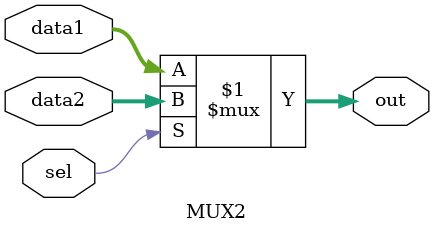
<source format=v>
`timescale 1ns / 1ps

/*
    ================================   MUX2 module   ================================
    Author:         Wintermelon
    Last Edit:      2022.3.31

    This is a very simple 2-1 mux.
    case(signal)
        0 - data1
        1 - data2
*/

module MUX2 
#(
    parameter DATA_WIDTH = 32           
)
(
    input [DATA_WIDTH-1 : 0] data1, data2,
    input  sel,
    output [DATA_WIDTH-1 : 0] out
);

    assign out = (sel) ? data2 : data1;
endmodule



</source>
